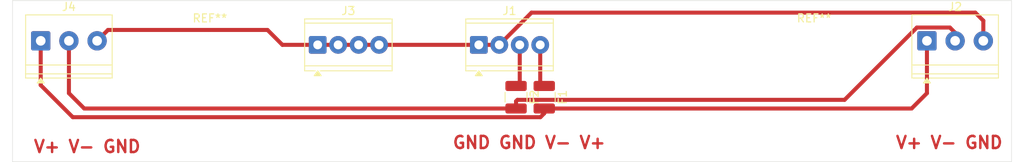
<source format=kicad_pcb>
(kicad_pcb (version 20241229) (generator "pcbnew") (generator_version "9.0")
  (layers (0 "F.Cu" signal) (2 "B.Cu" signal) (13 "F.Paste" user) (15 "B.Paste" user) (5 "F.SilkS" user "F.Silkscreen") (7 "B.SilkS" user "B.Silkscreen") (1 "F.Mask" user) (3 "B.Mask" user) (25 "Edge.Cuts" user))
  (net 0 "")
  (net 1 "-BATT")
  (net 2 "+BATT")
  (net 3 "GND")
  (net 4 "Net-(J1-Pin_4)")
  (net 5 "Net-(J1-Pin_3)")
  (footprint "MountingHole:MountingHole_2.7mm_M2.5_DIN965" (layer "F.Cu") (at 187.5 146)
    (property "Reference" "REF**" (at 0 -3.3 0) (layer "F.SilkS"))
    (property "Value" "MountingHole_2.7mm_M2.5_DIN965")
    (pad "" np_thru_hole circle (at 0 0) (size 2.7 2.7) (drill 2.7) (layers "*.Cu" "*.Mask"))
  )
  (footprint "Fuse:Fuse_1210_3225Metric" (layer "F.Cu") (at 150.5 152.5 -90)
    (property "Reference" "F2" (at 0 -2.28 90) (layer "F.SilkS"))
    (property "Value" "Fuse")
    (fp_line (start -0.602064 1.36) (end 0.602064 1.36) (stroke (width 0.12)) (layer "F.SilkS"))
    (fp_line (start -0.602064 -1.36) (end 0.602064 -1.36) (stroke (width 0.12)) (layer "F.SilkS"))
    (pad "1" smd roundrect (at -1.4 0 270) (size 1.25 2.65) (layers "F.Cu" "F.Mask" "F.Paste") (roundrect_rratio 0.2) (net 5 "Net-(J1-Pin_3)"))
    (pad "2" smd roundrect (at 1.4 0 270) (size 1.25 2.65) (layers "F.Cu" "F.Mask" "F.Paste") (roundrect_rratio 0.2) (net 1 "-BATT"))
  )
  (footprint "TerminalBlock_Phoenix:TerminalBlock_Phoenix_PT-1,5-3-3.5-H_1x03_P3.50mm_Horizontal" (layer "F.Cu") (at 201.5 145.5)
    (property "Reference" "J2" (at 3.5 -4.22 0) (layer "F.SilkS"))
    (property "Value" "Screw_Terminal_01x03")
    (fp_line (start -1.87 -3.22) (end 8.87 -3.22) (stroke (width 0.12)) (layer "F.SilkS"))
    (fp_line (start -1.87 3) (end 8.87 3) (stroke (width 0.12)) (layer "F.SilkS"))
    (fp_line (start -1.87 4.1) (end 8.87 4.1) (stroke (width 0.12)) (layer "F.SilkS"))
    (fp_line (start -1.87 4.62) (end -1.87 -3.22) (stroke (width 0.12)) (layer "F.SilkS"))
    (fp_line (start -0.3 4.62) (end -1.87 4.62) (stroke (width 0.12)) (layer "F.SilkS"))
    (fp_line (start 8.87 -3.22) (end 8.87 4.62) (stroke (width 0.12)) (layer "F.SilkS"))
    (fp_line (start 8.87 4.62) (end 0.3 4.62) (stroke (width 0.12)) (layer "F.SilkS"))
    (fp_poly (pts (xy 0 4.62) (xy 0.44 5.23) (xy -0.44 5.23)) (stroke (width 0.12)) (fill yes) (layer "F.SilkS"))
    (pad "1" thru_hole roundrect (at 0 0) (size 2.4 2.4) (drill 1.2) (layers "*.Cu" "*.Mask") (roundrect_rratio 0.104167) (net 2 "+BATT"))
    (pad "2" thru_hole circle (at 3.5 0) (size 2.4 2.4) (drill 1.2) (layers "*.Cu" "*.Mask") (net 1 "-BATT"))
    (pad "3" thru_hole circle (at 7 0) (size 2.4 2.4) (drill 1.2) (layers "*.Cu" "*.Mask") (net 3 "GND"))
  )
  (footprint "TerminalBlock_Phoenix:TerminalBlock_Phoenix_MPT-0,5-4-2.54_1x04_P2.54mm_Horizontal" (layer "F.Cu") (at 125.88 146)
    (property "Reference" "J3" (at 3.81 -4.22 0) (layer "F.SilkS"))
    (property "Value" "Screw_Terminal_01x04")
    (fp_line (start -1.62 -3.22) (end 9.24 -3.22) (stroke (width 0.12)) (layer "F.SilkS"))
    (fp_line (start -1.62 -2.7) (end 9.24 -2.7) (stroke (width 0.12)) (layer "F.SilkS"))
    (fp_line (start -1.62 2.6) (end 9.24 2.6) (stroke (width 0.12)) (layer "F.SilkS"))
    (fp_line (start -1.62 3.22) (end -1.62 -3.22) (stroke (width 0.12)) (layer "F.SilkS"))
    (fp_line (start -0.3 3.22) (end -1.62 3.22) (stroke (width 0.12)) (layer "F.SilkS"))
    (fp_line (start 9.24 -3.22) (end 9.24 3.22) (stroke (width 0.12)) (layer "F.SilkS"))
    (fp_line (start 9.24 3.22) (end 0.3 3.22) (stroke (width 0.12)) (layer "F.SilkS"))
    (fp_poly (pts (xy 0 3.22) (xy 0.44 3.83) (xy -0.44 3.83)) (stroke (width 0.12)) (fill yes) (layer "F.SilkS"))
    (pad "1" thru_hole roundrect (at 0 0) (size 2.2 2.2) (drill 1.1) (layers "*.Cu" "*.Mask") (roundrect_rratio 0.113636) (net 3 "GND"))
    (pad "2" thru_hole circle (at 2.54 0) (size 2.2 2.2) (drill 1.1) (layers "*.Cu" "*.Mask") (net 3 "GND"))
    (pad "3" thru_hole circle (at 5.08 0) (size 2.2 2.2) (drill 1.1) (layers "*.Cu" "*.Mask") (net 3 "GND"))
    (pad "4" thru_hole circle (at 7.62 0) (size 2.2 2.2) (drill 1.1) (layers "*.Cu" "*.Mask") (net 3 "GND"))
  )
  (footprint "TerminalBlock_Phoenix:TerminalBlock_Phoenix_MPT-0,5-4-2.54_1x04_P2.54mm_Horizontal" (layer "F.Cu") (at 145.88 146)
    (property "Reference" "J1" (at 3.81 -4.22 0) (layer "F.SilkS"))
    (property "Value" "Screw_Terminal_01x04")
    (fp_line (start -1.62 -3.22) (end 9.24 -3.22) (stroke (width 0.12)) (layer "F.SilkS"))
    (fp_line (start -1.62 -2.7) (end 9.24 -2.7) (stroke (width 0.12)) (layer "F.SilkS"))
    (fp_line (start -1.62 2.6) (end 9.24 2.6) (stroke (width 0.12)) (layer "F.SilkS"))
    (fp_line (start -1.62 3.22) (end -1.62 -3.22) (stroke (width 0.12)) (layer "F.SilkS"))
    (fp_line (start -0.3 3.22) (end -1.62 3.22) (stroke (width 0.12)) (layer "F.SilkS"))
    (fp_line (start 9.24 -3.22) (end 9.24 3.22) (stroke (width 0.12)) (layer "F.SilkS"))
    (fp_line (start 9.24 3.22) (end 0.3 3.22) (stroke (width 0.12)) (layer "F.SilkS"))
    (fp_poly (pts (xy 0 3.22) (xy 0.44 3.83) (xy -0.44 3.83)) (stroke (width 0.12)) (fill yes) (layer "F.SilkS"))
    (pad "1" thru_hole roundrect (at 0 0) (size 2.2 2.2) (drill 1.1) (layers "*.Cu" "*.Mask") (roundrect_rratio 0.113636) (net 3 "GND"))
    (pad "2" thru_hole circle (at 2.54 0) (size 2.2 2.2) (drill 1.1) (layers "*.Cu" "*.Mask") (net 3 "GND"))
    (pad "3" thru_hole circle (at 5.08 0) (size 2.2 2.2) (drill 1.1) (layers "*.Cu" "*.Mask") (net 5 "Net-(J1-Pin_3)"))
    (pad "4" thru_hole circle (at 7.62 0) (size 2.2 2.2) (drill 1.1) (layers "*.Cu" "*.Mask") (net 4 "Net-(J1-Pin_4)"))
  )
  (footprint "MountingHole:MountingHole_2.7mm_M2.5_DIN965" (layer "F.Cu") (at 112.5 146)
    (property "Reference" "REF**" (at 0 -3.3 0) (layer "F.SilkS"))
    (property "Value" "MountingHole_2.7mm_M2.5_DIN965")
    (pad "" np_thru_hole circle (at 0 0) (size 2.7 2.7) (drill 2.7) (layers "*.Cu" "*.Mask"))
  )
  (footprint "Fuse:Fuse_1210_3225Metric" (layer "F.Cu") (at 154 152.5 -90)
    (property "Reference" "F1" (at 0 -2.28 90) (layer "F.SilkS"))
    (property "Value" "Fuse")
    (fp_line (start -0.602064 1.36) (end 0.602064 1.36) (stroke (width 0.12)) (layer "F.SilkS"))
    (fp_line (start -0.602064 -1.36) (end 0.602064 -1.36) (stroke (width 0.12)) (layer "F.SilkS"))
    (pad "1" smd roundrect (at -1.4 0 270) (size 1.25 2.65) (layers "F.Cu" "F.Mask" "F.Paste") (roundrect_rratio 0.2) (net 4 "Net-(J1-Pin_4)"))
    (pad "2" smd roundrect (at 1.4 0 270) (size 1.25 2.65) (layers "F.Cu" "F.Mask" "F.Paste") (roundrect_rratio 0.2) (net 2 "+BATT"))
  )
  (footprint "TerminalBlock_Phoenix:TerminalBlock_Phoenix_PT-1,5-3-3.5-H_1x03_P3.50mm_Horizontal" (layer "F.Cu") (at 91.5 145.5)
    (property "Reference" "J4" (at 3.5 -4.22 0) (layer "F.SilkS"))
    (property "Value" "Screw_Terminal_01x03")
    (fp_line (start -1.87 -3.22) (end 8.87 -3.22) (stroke (width 0.12)) (layer "F.SilkS"))
    (fp_line (start -1.87 3) (end 8.87 3) (stroke (width 0.12)) (layer "F.SilkS"))
    (fp_line (start -1.87 4.1) (end 8.87 4.1) (stroke (width 0.12)) (layer "F.SilkS"))
    (fp_line (start -1.87 4.62) (end -1.87 -3.22) (stroke (width 0.12)) (layer "F.SilkS"))
    (fp_line (start -0.3 4.62) (end -1.87 4.62) (stroke (width 0.12)) (layer "F.SilkS"))
    (fp_line (start 8.87 -3.22) (end 8.87 4.62) (stroke (width 0.12)) (layer "F.SilkS"))
    (fp_line (start 8.87 4.62) (end 0.3 4.62) (stroke (width 0.12)) (layer "F.SilkS"))
    (fp_poly (pts (xy 0 4.62) (xy 0.44 5.23) (xy -0.44 5.23)) (stroke (width 0.12)) (fill yes) (layer "F.SilkS"))
    (pad "1" thru_hole roundrect (at 0 0) (size 2.4 2.4) (drill 1.2) (layers "*.Cu" "*.Mask") (roundrect_rratio 0.104167) (net 2 "+BATT"))
    (pad "2" thru_hole circle (at 3.5 0) (size 2.4 2.4) (drill 1.2) (layers "*.Cu" "*.Mask") (net 1 "-BATT"))
    (pad "3" thru_hole circle (at 7 0) (size 2.4 2.4) (drill 1.2) (layers "*.Cu" "*.Mask") (net 3 "GND"))
  )
  (gr_line (start 212 160.5) (end 88 160.5) (stroke (width 0.05)) (layer "Edge.Cuts"))
  (gr_line (start 88 140.5) (end 212 140.5) (stroke (width 0.05)) (layer "Edge.Cuts"))
  (gr_line (start 88 160.5) (end 88 140.5) (stroke (width 0.05)) (layer "Edge.Cuts"))
  (gr_line (start 212 140.5) (end 212 160.5) (stroke (width 0.05)) (layer "Edge.Cuts"))
  (gr_text "GND GND V- V+\n" (at 142.5 159 0) (layer "F.Cu") (effects (font (size 1.5 1.5) (thickness 0.3) (bold yes)) (justify left bottom)))
  (gr_text "V+ V- GND" (at 197.5 159 0) (layer "F.Cu") (effects (font (size 1.5 1.5) (thickness 0.3) (bold yes)) (justify left bottom)))
  (gr_text "V+ V- GND" (at 90.5 159.5 0) (layer "F.Cu") (effects (font (size 1.5 1.5) (thickness 0.3) (bold yes)) (justify left bottom)))
  (segment (start 96.9 153.9) (end 95 152) (width 0.5) (layer "F.Cu") (net 1))
  (segment (start 150.5 153) (end 150.676 152.824) (width 0.5) (layer "F.Cu") (net 1))
  (segment (start 200.252708 143.849) (end 204.349 143.849) (width 0.5) (layer "F.Cu") (net 1))
  (segment (start 150.5 153.9) (end 96.9 153.9) (width 0.5) (layer "F.Cu") (net 1))
  (segment (start 150.5 153.9) (end 150.5 153) (width 0.5) (layer "F.Cu") (net 1))
  (segment (start 205 144.5) (end 205 145.5) (width 0.5) (layer "F.Cu") (net 1))
  (segment (start 204.349 143.849) (end 205 144.5) (width 0.5) (layer "F.Cu") (net 1))
  (segment (start 95 152) (end 95 145.5) (width 0.5) (layer "F.Cu") (net 1))
  (segment (start 150.676 152.824) (end 191.277708 152.824) (width 0.5) (layer "F.Cu") (net 1))
  (segment (start 191.277708 152.824) (end 200.252708 143.849) (width 0.5) (layer "F.Cu") (net 1))
  (segment (start 201.5 152) (end 201.5 145.5) (width 0.5) (layer "F.Cu") (net 2))
  (segment (start 199.6 153.9) (end 201.5 152) (width 0.5) (layer "F.Cu") (net 2))
  (segment (start 154 154.5) (end 153.524 154.976) (width 0.5) (layer "F.Cu") (net 2))
  (segment (start 154 153.9) (end 154 154.5) (width 0.5) (layer "F.Cu") (net 2))
  (segment (start 153.524 154.976) (end 95.476 154.976) (width 0.5) (layer "F.Cu") (net 2))
  (segment (start 95.476 154.976) (end 91.5 151) (width 0.5) (layer "F.Cu") (net 2))
  (segment (start 154 153.9) (end 199.6 153.9) (width 0.5) (layer "F.Cu") (net 2))
  (segment (start 91.5 151) (end 91.5 145.5) (width 0.5) (layer "F.Cu") (net 2))
  (segment (start 148.42 146) (end 152.42 142) (width 0.5) (layer "F.Cu") (net 3))
  (segment (start 207.5 142) (end 208.5 143) (width 0.5) (layer "F.Cu") (net 3))
  (segment (start 121.5 146) (end 148.42 146) (width 0.5) (layer "F.Cu") (net 3))
  (segment (start 152.42 142) (end 207.5 142) (width 0.5) (layer "F.Cu") (net 3))
  (segment (start 208.5 143) (end 208.5 145.5) (width 0.5) (layer "F.Cu") (net 3))
  (segment (start 98.5 145.5) (end 99.851 144.149) (width 0.5) (layer "F.Cu") (net 3))
  (segment (start 119.649 144.149) (end 121.5 146) (width 0.5) (layer "F.Cu") (net 3))
  (segment (start 99.851 144.149) (end 119.649 144.149) (width 0.5) (layer "F.Cu") (net 3))
  (segment (start 153.5 150.6) (end 154 151.1) (width 0.5) (layer "F.Cu") (net 4))
  (segment (start 153.5 146) (end 153.5 150.6) (width 0.5) (layer "F.Cu") (net 4))
  (segment (start 150.96 146) (end 150.96 150.64) (width 0.5) (layer "F.Cu") (net 5))
  (segment (start 150.96 150.64) (end 150.5 151.1) (width 0.5) (layer "F.Cu") (net 5))
)
</source>
